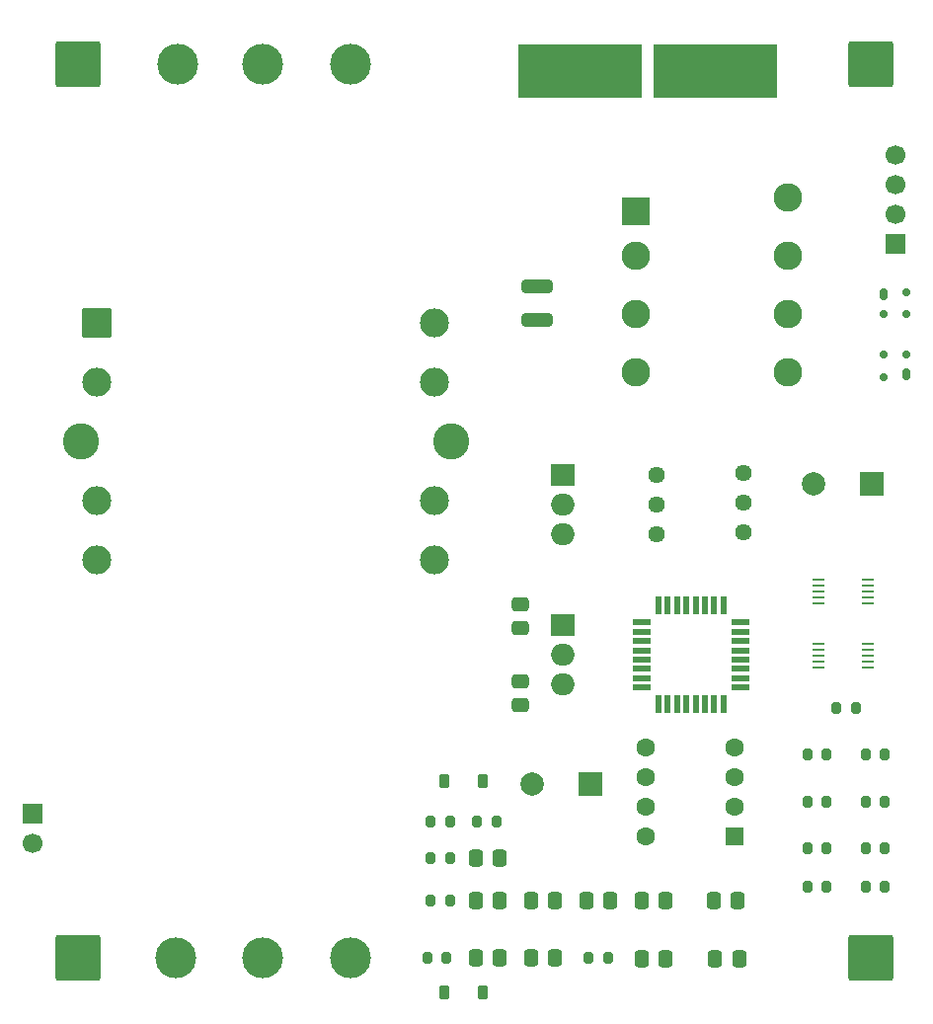
<source format=gbr>
%TF.GenerationSoftware,KiCad,Pcbnew,9.0.1*%
%TF.CreationDate,2025-04-03T12:43:54-07:00*%
%TF.ProjectId,Final_Board-v3B,46696e61-6c5f-4426-9f61-72642d763342,rev?*%
%TF.SameCoordinates,Original*%
%TF.FileFunction,Soldermask,Top*%
%TF.FilePolarity,Negative*%
%FSLAX46Y46*%
G04 Gerber Fmt 4.6, Leading zero omitted, Abs format (unit mm)*
G04 Created by KiCad (PCBNEW 9.0.1) date 2025-04-03 12:43:54*
%MOMM*%
%LPD*%
G01*
G04 APERTURE LIST*
G04 Aperture macros list*
%AMRoundRect*
0 Rectangle with rounded corners*
0 $1 Rounding radius*
0 $2 $3 $4 $5 $6 $7 $8 $9 X,Y pos of 4 corners*
0 Add a 4 corners polygon primitive as box body*
4,1,4,$2,$3,$4,$5,$6,$7,$8,$9,$2,$3,0*
0 Add four circle primitives for the rounded corners*
1,1,$1+$1,$2,$3*
1,1,$1+$1,$4,$5*
1,1,$1+$1,$6,$7*
1,1,$1+$1,$8,$9*
0 Add four rect primitives between the rounded corners*
20,1,$1+$1,$2,$3,$4,$5,0*
20,1,$1+$1,$4,$5,$6,$7,0*
20,1,$1+$1,$6,$7,$8,$9,0*
20,1,$1+$1,$8,$9,$2,$3,0*%
%AMFreePoly0*
4,1,5,2.250000,-4.000000,-2.250000,-4.000000,-2.250000,4.000000,2.250000,4.000000,2.250000,-4.000000,2.250000,-4.000000,$1*%
%AMFreePoly1*
4,1,5,1.500000,-2.250000,-1.500000,-2.250000,-1.500000,2.250000,1.500000,2.250000,1.500000,-2.250000,1.500000,-2.250000,$1*%
%AMFreePoly2*
4,1,5,4.000000,-2.250000,-4.000000,-2.250000,-4.000000,2.250000,4.000000,2.250000,4.000000,-2.250000,4.000000,-2.250000,$1*%
G04 Aperture macros list end*
%ADD10C,2.600000*%
%ADD11C,3.500000*%
%ADD12RoundRect,0.250002X-1.699998X-1.699998X1.699998X-1.699998X1.699998X1.699998X-1.699998X1.699998X0*%
%ADD13RoundRect,0.102000X-1.125000X-1.125000X1.125000X-1.125000X1.125000X1.125000X-1.125000X1.125000X0*%
%ADD14C,2.454000*%
%ADD15C,1.440000*%
%ADD16R,2.000000X2.000000*%
%ADD17C,2.000000*%
%ADD18RoundRect,0.250000X0.550000X0.550000X-0.550000X0.550000X-0.550000X-0.550000X0.550000X-0.550000X0*%
%ADD19C,1.600000*%
%ADD20RoundRect,0.250000X1.075000X-0.312500X1.075000X0.312500X-1.075000X0.312500X-1.075000X-0.312500X0*%
%ADD21R,1.700000X1.700000*%
%ADD22C,1.700000*%
%ADD23RoundRect,0.175000X0.175000X0.325000X-0.175000X0.325000X-0.175000X-0.325000X0.175000X-0.325000X0*%
%ADD24RoundRect,0.150000X0.200000X0.150000X-0.200000X0.150000X-0.200000X-0.150000X0.200000X-0.150000X0*%
%ADD25RoundRect,0.250000X0.337500X0.475000X-0.337500X0.475000X-0.337500X-0.475000X0.337500X-0.475000X0*%
%ADD26RoundRect,0.175000X-0.175000X-0.325000X0.175000X-0.325000X0.175000X0.325000X-0.175000X0.325000X0*%
%ADD27RoundRect,0.150000X-0.200000X-0.150000X0.200000X-0.150000X0.200000X0.150000X-0.200000X0.150000X0*%
%ADD28RoundRect,0.200000X-0.200000X-0.275000X0.200000X-0.275000X0.200000X0.275000X-0.200000X0.275000X0*%
%ADD29R,1.100000X0.250000*%
%ADD30RoundRect,0.225000X0.225000X0.375000X-0.225000X0.375000X-0.225000X-0.375000X0.225000X-0.375000X0*%
%ADD31FreePoly0,90.000000*%
%ADD32FreePoly1,0.000000*%
%ADD33FreePoly2,0.000000*%
%ADD34R,2.000000X1.905000*%
%ADD35O,2.000000X1.905000*%
%ADD36RoundRect,0.250000X-0.475000X0.337500X-0.475000X-0.337500X0.475000X-0.337500X0.475000X0.337500X0*%
%ADD37R,1.600000X0.550000*%
%ADD38R,0.550000X1.600000*%
%ADD39RoundRect,0.200000X0.200000X0.275000X-0.200000X0.275000X-0.200000X-0.275000X0.200000X-0.275000X0*%
%ADD40RoundRect,0.250000X0.475000X-0.337500X0.475000X0.337500X-0.475000X0.337500X-0.475000X-0.337500X0*%
%ADD41RoundRect,0.250000X-0.337500X-0.475000X0.337500X-0.475000X0.337500X0.475000X-0.337500X0.475000X0*%
%ADD42C,3.098800*%
%ADD43RoundRect,0.102000X-1.143000X-1.143000X1.143000X-1.143000X1.143000X1.143000X-1.143000X1.143000X0*%
%ADD44C,2.490000*%
G04 APERTURE END LIST*
D10*
%TO.C,E3*%
X130010000Y-55768000D03*
D11*
X130010000Y-55768000D03*
%TD*%
%TO.C,E1*%
X115200000Y-55768000D03*
D10*
X115200000Y-55768000D03*
%TD*%
%TO.C,E6*%
X130000000Y-132431000D03*
D11*
X130000000Y-132431000D03*
%TD*%
D10*
%TO.C,E5*%
X122480000Y-132431000D03*
D11*
X122480000Y-132431000D03*
%TD*%
D10*
%TO.C,E4*%
X115000000Y-132431000D03*
D11*
X115000000Y-132431000D03*
%TD*%
D10*
%TO.C,E2*%
X122480000Y-55768000D03*
D11*
X122480000Y-55768000D03*
%TD*%
D12*
%TO.C,H3*%
X174659000Y-132431000D03*
%TD*%
%TO.C,H4*%
X106659000Y-132431000D03*
%TD*%
%TO.C,H2*%
X174603000Y-55768000D03*
%TD*%
%TO.C,H1*%
X106659000Y-55768000D03*
%TD*%
D13*
%TO.C,T2*%
X154500000Y-68400000D03*
D14*
X154500000Y-72200000D03*
X154500000Y-77200000D03*
X154500000Y-82200000D03*
X167500000Y-82200000D03*
X167500000Y-77200000D03*
X167500000Y-72200000D03*
X167500000Y-67200000D03*
%TD*%
D15*
%TO.C,RV2*%
X163710000Y-90880000D03*
X163710000Y-93420000D03*
X163710000Y-95960000D03*
%TD*%
%TO.C,RV1*%
X156290000Y-90980000D03*
X156290000Y-93520000D03*
X156290000Y-96060000D03*
%TD*%
D16*
%TO.C,C4*%
X150570000Y-117490000D03*
D17*
X145570000Y-117490000D03*
%TD*%
D16*
%TO.C,C3*%
X174667677Y-91780000D03*
D17*
X169667677Y-91780000D03*
%TD*%
D18*
%TO.C,U4*%
X162900000Y-122000000D03*
D19*
X162900000Y-119460000D03*
X162900000Y-116920000D03*
X162900000Y-114380000D03*
X155280000Y-114380000D03*
X155280000Y-116920000D03*
X155280000Y-119460000D03*
X155280000Y-122000000D03*
%TD*%
D20*
%TO.C,R1*%
X146000000Y-74837500D03*
X146000000Y-77762500D03*
%TD*%
D21*
%TO.C,J5*%
X102700000Y-120050000D03*
D22*
X102700000Y-122590000D03*
%TD*%
D23*
%TO.C,D2*%
X177700000Y-82400000D03*
D24*
X177700000Y-80700000D03*
X175700000Y-80700000D03*
X175700000Y-82600000D03*
%TD*%
D25*
%TO.C,C13*%
X147537500Y-127500000D03*
X145462500Y-127500000D03*
%TD*%
%TO.C,C14*%
X147537500Y-132400000D03*
X145462500Y-132400000D03*
%TD*%
%TO.C,C6*%
X157037500Y-132500000D03*
X154962500Y-132500000D03*
%TD*%
%TO.C,C10*%
X142787500Y-123900000D03*
X140712500Y-123900000D03*
%TD*%
D26*
%TO.C,D1*%
X175700000Y-75550000D03*
D27*
X175700000Y-77250000D03*
X177700000Y-77250000D03*
X177700000Y-75350000D03*
%TD*%
D28*
%TO.C,R10*%
X169175000Y-126300000D03*
X170825000Y-126300000D03*
%TD*%
D29*
%TO.C,U5*%
X170100000Y-100000000D03*
X170100000Y-100500000D03*
X170100000Y-101000000D03*
X170100000Y-101500000D03*
X170100000Y-102000000D03*
X174400000Y-102000000D03*
X174400000Y-101500000D03*
X174400000Y-101000000D03*
X174400000Y-100500000D03*
X174400000Y-100000000D03*
%TD*%
D28*
%TO.C,R6*%
X174175000Y-115000000D03*
X175825000Y-115000000D03*
%TD*%
D30*
%TO.C,D4*%
X141350000Y-135400000D03*
X138050000Y-135400000D03*
%TD*%
D31*
%TO.C,F1*%
X148340000Y-56400000D03*
D32*
X153420000Y-56400000D03*
X157480000Y-56400000D03*
D33*
X162560000Y-56400000D03*
%TD*%
D34*
%TO.C,U2*%
X148200000Y-91000000D03*
D35*
X148200000Y-93540000D03*
X148200000Y-96080000D03*
%TD*%
D28*
%TO.C,R4*%
X169175000Y-123000000D03*
X170825000Y-123000000D03*
%TD*%
D36*
%TO.C,C1*%
X144600000Y-102100000D03*
X144600000Y-104175000D03*
%TD*%
D28*
%TO.C,R7*%
X174175000Y-119000000D03*
X175825000Y-119000000D03*
%TD*%
%TO.C,R13*%
X136875000Y-123900000D03*
X138525000Y-123900000D03*
%TD*%
D25*
%TO.C,C5*%
X157037500Y-127500000D03*
X154962500Y-127500000D03*
%TD*%
D28*
%TO.C,R2*%
X169175000Y-115000000D03*
X170825000Y-115000000D03*
%TD*%
%TO.C,R3*%
X169175000Y-119000000D03*
X170825000Y-119000000D03*
%TD*%
D37*
%TO.C,U3*%
X154950000Y-103650000D03*
X154950000Y-104450000D03*
X154950000Y-105250000D03*
X154950000Y-106050000D03*
X154950000Y-106850000D03*
X154950000Y-107650000D03*
X154950000Y-108450000D03*
X154950000Y-109250000D03*
D38*
X156400000Y-110700000D03*
X157200000Y-110700000D03*
X158000000Y-110700000D03*
X158800000Y-110700000D03*
X159600000Y-110700000D03*
X160400000Y-110700000D03*
X161200000Y-110700000D03*
X162000000Y-110700000D03*
D37*
X163450000Y-109250000D03*
X163450000Y-108450000D03*
X163450000Y-107650000D03*
X163450000Y-106850000D03*
X163450000Y-106050000D03*
X163450000Y-105250000D03*
X163450000Y-104450000D03*
X163450000Y-103650000D03*
D38*
X162000000Y-102200000D03*
X161200000Y-102200000D03*
X160400000Y-102200000D03*
X159600000Y-102200000D03*
X158800000Y-102200000D03*
X158000000Y-102200000D03*
X157200000Y-102200000D03*
X156400000Y-102200000D03*
%TD*%
D39*
%TO.C,R5*%
X173325000Y-111000000D03*
X171675000Y-111000000D03*
%TD*%
%TO.C,R14*%
X138525000Y-127500000D03*
X136875000Y-127500000D03*
%TD*%
D29*
%TO.C,U6*%
X170100000Y-105500000D03*
X170100000Y-106000000D03*
X170100000Y-106500000D03*
X170100000Y-107000000D03*
X170100000Y-107500000D03*
X174400000Y-107500000D03*
X174400000Y-107000000D03*
X174400000Y-106500000D03*
X174400000Y-106000000D03*
X174400000Y-105500000D03*
%TD*%
D28*
%TO.C,R16*%
X150415000Y-132400000D03*
X152065000Y-132400000D03*
%TD*%
D40*
%TO.C,C2*%
X144600000Y-110775000D03*
X144600000Y-108700000D03*
%TD*%
D34*
%TO.C,U1*%
X148200000Y-103920000D03*
D35*
X148200000Y-106460000D03*
X148200000Y-109000000D03*
%TD*%
D28*
%TO.C,R11*%
X174175000Y-126300000D03*
X175825000Y-126300000D03*
%TD*%
D39*
%TO.C,R15*%
X138225000Y-132400000D03*
X136575000Y-132400000D03*
%TD*%
D25*
%TO.C,C7*%
X163337500Y-132500000D03*
X161262500Y-132500000D03*
%TD*%
%TO.C,C12*%
X142787500Y-132400000D03*
X140712500Y-132400000D03*
%TD*%
D28*
%TO.C,R12*%
X136875000Y-120700000D03*
X138525000Y-120700000D03*
%TD*%
D25*
%TO.C,C11*%
X142787500Y-127500000D03*
X140712500Y-127500000D03*
%TD*%
D30*
%TO.C,D3*%
X141350000Y-117300000D03*
X138050000Y-117300000D03*
%TD*%
D41*
%TO.C,C8*%
X150202500Y-127500000D03*
X152277500Y-127500000D03*
%TD*%
D28*
%TO.C,R9*%
X140875000Y-120700000D03*
X142525000Y-120700000D03*
%TD*%
D21*
%TO.C,J7*%
X176700000Y-71200000D03*
D22*
X176700000Y-68660000D03*
X176700000Y-66120000D03*
X176700000Y-63580000D03*
%TD*%
D41*
%TO.C,C9*%
X161125000Y-127500000D03*
X163200000Y-127500000D03*
%TD*%
D28*
%TO.C,R8*%
X174175000Y-123000000D03*
X175825000Y-123000000D03*
%TD*%
D42*
%TO.C,T1*%
X106847000Y-88140000D03*
X138597000Y-88140000D03*
D43*
X108244000Y-77980000D03*
D44*
X108244000Y-83060000D03*
X108244000Y-93220000D03*
X108244000Y-98300000D03*
X137200000Y-77980000D03*
X137200000Y-83060000D03*
X137200000Y-93220000D03*
X137200000Y-98300000D03*
%TD*%
M02*

</source>
